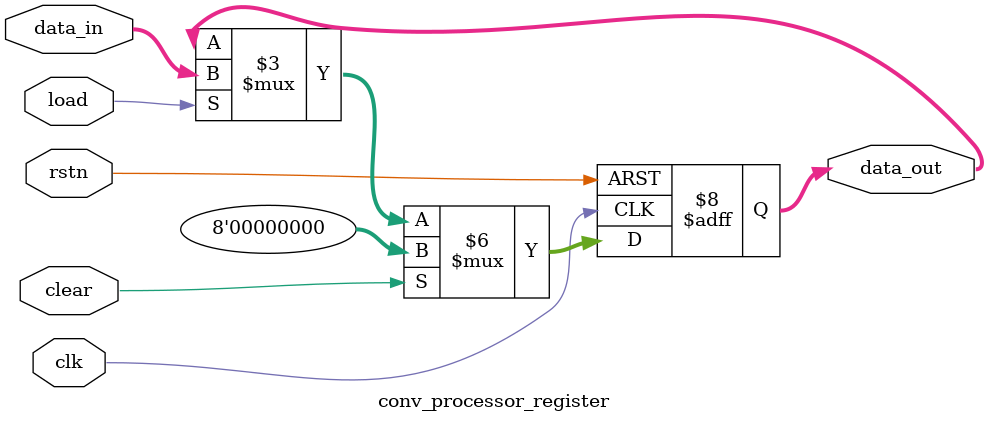
<source format=v>
module conv_processor_register #(
		parameter DATA_WIDTH= 8
)(
		input wire clk,
		input wire rstn,
		input wire clear,
		input wire load,
		input wire [DATA_WIDTH-1:0] data_in,
		output reg [DATA_WIDTH-1:0] data_out	
	   
);

always@(posedge clk, negedge rstn) begin
		if(!rstn)
				  data_out<={DATA_WIDTH{1'b0}};
		else if(clear)
					data_out<={DATA_WIDTH{1'b0}};
		else if(load)
					data_out<=data_in;	
end

endmodule
</source>
